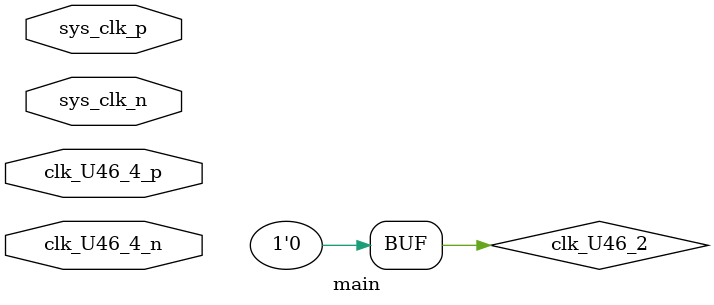
<source format=v>
`timescale 1ns / 1ps

module main(
    input wire sys_clk_p,
    input wire sys_clk_n,
//    input wire clk_U46_2_p,
//    input wire clk_U46_2_n,
    input wire clk_U46_4_p,
    input wire clk_U46_4_n
    );
    
wire clk_ddr4;
wire clk_U46_1;
wire clk_U46_2;
reg[7:0] count_1 = 8'b0;
reg[7:0] count_2 = 8'b0;
reg[7:0] count_3 = 8'b0;

CLK_BUF_U46 N4(
    .clk_U46_p(clk_U46_4_p),
    .clk_U46_n(clk_U46_4_n),
    .O(clk_U46_1)
);

//CLK_BUF_U46 N3(
//    .clk_U46_p(clk_U46_3_p),
//    .clk_U46_n(clk_U46_3_n),
//    .O(clk_U46_2)
//);
assign clk_U46_2 = 0;

/* --------------------------------------------------------- */
// diff buffere, works for DDR4 clock
IBUFDS #(.IBUF_LOW_PWR ("FALSE") ) ddr4 (
   .I  (sys_clk_p),
   .IB (sys_clk_n),
   .O  (clk_ddr4)
);

/* --------------------------------------------------------- */

//assign clk_U46 = clk_U46_2_p;

//IBUF BUFG_U46_8(
//    .I(clk_U46_p), 
//    .O(clk_U46)
//);
/* --------------------------------------------------------- */
//IBUFDS #(.IBUF_LOW_PWR ("FALSE") ) IBUFDS_inst (
//   .I  (clk_U46_p),
//   .IB (clk_U46_n),
   
//   .O  (clk_U46_i1)
//);

//BUFG BUFG_U46_8(
//    .I(clk_U46_i1), 
//    .O(clk_U46)
//);


/* --------------------------------------------------------- */

ila_0 debug (
	.clk(clk_ddr4), // input wire clk

	.probe0(clk_ddr4), 
	.probe1(count_1), 
	.probe2(clk_U46_1), 
	.probe3(count_2), 
	.probe4(clk_U46_2), 
	.probe5(count_3) 
);

always @(posedge clk_ddr4)
begin
    count_1 <= count_1 + 1;
end
always @(posedge clk_U46_1)
begin
    count_2 <= count_2 + 1;
end
always @(posedge clk_U46_2)
begin
    count_3 <= count_3 + 1;
end

endmodule

</source>
